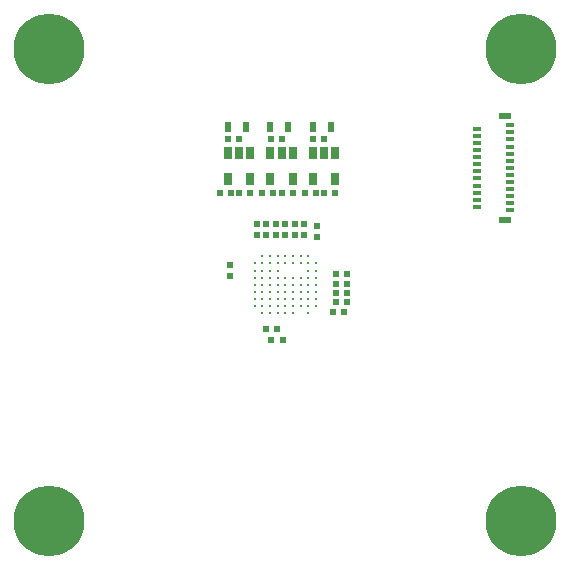
<source format=gbs>
G04 #@! TF.GenerationSoftware,KiCad,Pcbnew,5.1.5+dfsg1-2build2*
G04 #@! TF.CreationDate,2021-05-18T14:25:16+02:00*
G04 #@! TF.ProjectId,sensor_v1.0,73656e73-6f72-45f7-9631-2e302e6b6963,rev?*
G04 #@! TF.SameCoordinates,Original*
G04 #@! TF.FileFunction,Soldermask,Bot*
G04 #@! TF.FilePolarity,Negative*
%FSLAX46Y46*%
G04 Gerber Fmt 4.6, Leading zero omitted, Abs format (unit mm)*
G04 Created by KiCad (PCBNEW 5.1.5+dfsg1-2build2) date 2021-05-18 14:25:16*
%MOMM*%
%LPD*%
G04 APERTURE LIST*
%ADD10R,0.500000X0.600000*%
%ADD11C,0.250000*%
%ADD12R,0.650000X1.060000*%
%ADD13R,0.600000X0.500000*%
%ADD14R,0.650000X0.300000*%
%ADD15R,1.000000X0.500000*%
%ADD16R,0.600000X0.900000*%
%ADD17C,0.800000*%
%ADD18C,6.000000*%
G04 APERTURE END LIST*
D10*
X74770000Y-79650000D03*
X73830000Y-79650000D03*
D11*
X72400000Y-76800000D03*
X72400000Y-76200000D03*
X72400000Y-75600000D03*
X72400000Y-75000000D03*
X72400000Y-74400000D03*
X72400000Y-73800000D03*
X72400000Y-73200000D03*
X73050000Y-77400000D03*
X73050000Y-76800000D03*
X73050000Y-76200000D03*
X73050000Y-75600000D03*
X73050000Y-75000000D03*
X73050000Y-74400000D03*
X73050000Y-73800000D03*
X73050000Y-73200000D03*
X73050000Y-72600000D03*
X73700000Y-77400000D03*
X73700000Y-76800000D03*
X73700000Y-76200000D03*
X73700000Y-75600000D03*
X73700000Y-75000000D03*
X73700000Y-74400000D03*
X73700000Y-73800000D03*
X73700000Y-73200000D03*
X73700000Y-72600000D03*
X74350000Y-77400000D03*
X74350000Y-76800000D03*
X74350000Y-76200000D03*
X74350000Y-75600000D03*
X74350000Y-75000000D03*
X74350000Y-74400000D03*
X74350000Y-73800000D03*
X74350000Y-73200000D03*
X74350000Y-72600000D03*
X75000000Y-77400000D03*
X75000000Y-76800000D03*
X75000000Y-76200000D03*
X75000000Y-75600000D03*
X75000000Y-75000000D03*
X75000000Y-74400000D03*
X75000000Y-73200000D03*
X75000000Y-72600000D03*
X75650000Y-77400000D03*
X75650000Y-76800000D03*
X75650000Y-76200000D03*
X75650000Y-75600000D03*
X75650000Y-75000000D03*
X75650000Y-74400000D03*
X75650000Y-73200000D03*
X75650000Y-72600000D03*
X76300000Y-76800000D03*
X76300000Y-76200000D03*
X76300000Y-75600000D03*
X76300000Y-75000000D03*
X76300000Y-74400000D03*
X76300000Y-73200000D03*
X76300000Y-72600000D03*
X76950000Y-77400000D03*
X76950000Y-76800000D03*
X76950000Y-76200000D03*
X76950000Y-75600000D03*
X76950000Y-75000000D03*
X76950000Y-74400000D03*
X76950000Y-73800000D03*
X76950000Y-73200000D03*
X76950000Y-72600000D03*
X77600000Y-76800000D03*
X77600000Y-76200000D03*
X77600000Y-75600000D03*
X77600000Y-75000000D03*
X77600000Y-74400000D03*
X77600000Y-73800000D03*
X77600000Y-73200000D03*
D12*
X73750000Y-66025000D03*
X75650000Y-66025000D03*
X75650000Y-63825000D03*
X74700000Y-63825000D03*
X73750000Y-63825000D03*
X70150000Y-66025000D03*
X72050000Y-66025000D03*
X72050000Y-63825000D03*
X71100000Y-63825000D03*
X70150000Y-63825000D03*
X77350000Y-66025000D03*
X79250000Y-66025000D03*
X79250000Y-63825000D03*
X78300000Y-63825000D03*
X77350000Y-63825000D03*
D10*
X73380000Y-78725000D03*
X74320000Y-78725000D03*
D13*
X75000000Y-70820000D03*
X75000000Y-69880000D03*
D14*
X94000000Y-64500000D03*
X94000000Y-65100000D03*
X94000000Y-63900000D03*
X94000000Y-63300000D03*
X94000000Y-62700000D03*
X94000000Y-62100000D03*
X94000000Y-61500000D03*
X94000000Y-68700000D03*
X94000000Y-68100000D03*
X94000000Y-66900000D03*
X94000000Y-65700000D03*
X94000000Y-66300000D03*
X94000000Y-67500000D03*
X91200000Y-65400000D03*
X91200000Y-66000000D03*
X91200000Y-64800000D03*
X91200000Y-63000000D03*
X91200000Y-67200000D03*
X91200000Y-62400000D03*
X91200000Y-63600000D03*
X91200000Y-61800000D03*
X91200000Y-68400000D03*
X91200000Y-64200000D03*
X91200000Y-67800000D03*
X91200000Y-66600000D03*
D15*
X93600000Y-69500000D03*
X93600000Y-60700000D03*
D10*
X79330000Y-76500000D03*
X80270000Y-76500000D03*
X79330000Y-75700000D03*
X80270000Y-75700000D03*
X79330000Y-74900000D03*
X80270000Y-74900000D03*
X79330000Y-74100000D03*
X80270000Y-74100000D03*
D13*
X76600000Y-69880000D03*
X76600000Y-70820000D03*
X77700000Y-70030000D03*
X77700000Y-70970000D03*
D10*
X79995000Y-77300000D03*
X79055000Y-77300000D03*
D13*
X72600000Y-69880000D03*
X72600000Y-70820000D03*
X75800000Y-69880000D03*
X75800000Y-70820000D03*
X74200000Y-69880000D03*
X74200000Y-70820000D03*
X70300000Y-73330000D03*
X70300000Y-74270000D03*
X73400000Y-69880000D03*
X73400000Y-70820000D03*
D10*
X73995000Y-67225000D03*
X73055000Y-67225000D03*
X70395000Y-67225000D03*
X69455000Y-67225000D03*
X77595000Y-67225000D03*
X76655000Y-67225000D03*
X74705000Y-67225000D03*
X75645000Y-67225000D03*
X71105000Y-67225000D03*
X72045000Y-67225000D03*
X78305000Y-67225000D03*
X79245000Y-67225000D03*
X78295000Y-62625000D03*
X77355000Y-62625000D03*
X74695000Y-62625000D03*
X73755000Y-62625000D03*
X71095000Y-62625000D03*
X70155000Y-62625000D03*
D16*
X78850000Y-61675000D03*
X77350000Y-61675000D03*
X75250000Y-61675000D03*
X73750000Y-61675000D03*
X71650000Y-61675000D03*
X70150000Y-61675000D03*
D17*
X96590990Y-96590990D03*
X95000000Y-97250000D03*
X93409010Y-96590990D03*
X92750000Y-95000000D03*
X93409010Y-93409010D03*
X95000000Y-92750000D03*
X96590990Y-93409010D03*
X97250000Y-95000000D03*
D18*
X95000000Y-95000000D03*
D17*
X96590990Y-56590990D03*
X95000000Y-57250000D03*
X93409010Y-56590990D03*
X92750000Y-55000000D03*
X93409010Y-53409010D03*
X95000000Y-52750000D03*
X96590990Y-53409010D03*
X97250000Y-55000000D03*
D18*
X95000000Y-55000000D03*
D17*
X56590990Y-96590990D03*
X55000000Y-97250000D03*
X53409010Y-96590990D03*
X52750000Y-95000000D03*
X53409010Y-93409010D03*
X55000000Y-92750000D03*
X56590990Y-93409010D03*
X57250000Y-95000000D03*
D18*
X55000000Y-95000000D03*
D17*
X56590990Y-56590990D03*
X55000000Y-57250000D03*
X53409010Y-56590990D03*
X52750000Y-55000000D03*
X53409010Y-53409010D03*
X55000000Y-52750000D03*
X56590990Y-53409010D03*
X57250000Y-55000000D03*
D18*
X55000000Y-55000000D03*
M02*

</source>
